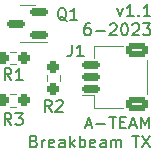
<source format=gto>
G04 #@! TF.GenerationSoftware,KiCad,Pcbnew,(7.0.0)*
G04 #@! TF.CreationDate,2023-06-13T19:07:53-07:00*
G04 #@! TF.ProjectId,breakbeam-emitter,62726561-6b62-4656-916d-2d656d697474,rev?*
G04 #@! TF.SameCoordinates,Original*
G04 #@! TF.FileFunction,Legend,Top*
G04 #@! TF.FilePolarity,Positive*
%FSLAX46Y46*%
G04 Gerber Fmt 4.6, Leading zero omitted, Abs format (unit mm)*
G04 Created by KiCad (PCBNEW (7.0.0)) date 2023-06-13 19:07:53*
%MOMM*%
%LPD*%
G01*
G04 APERTURE LIST*
G04 Aperture macros list*
%AMRoundRect*
0 Rectangle with rounded corners*
0 $1 Rounding radius*
0 $2 $3 $4 $5 $6 $7 $8 $9 X,Y pos of 4 corners*
0 Add a 4 corners polygon primitive as box body*
4,1,4,$2,$3,$4,$5,$6,$7,$8,$9,$2,$3,0*
0 Add four circle primitives for the rounded corners*
1,1,$1+$1,$2,$3*
1,1,$1+$1,$4,$5*
1,1,$1+$1,$6,$7*
1,1,$1+$1,$8,$9*
0 Add four rect primitives between the rounded corners*
20,1,$1+$1,$2,$3,$4,$5,0*
20,1,$1+$1,$4,$5,$6,$7,0*
20,1,$1+$1,$6,$7,$8,$9,0*
20,1,$1+$1,$8,$9,$2,$3,0*%
G04 Aperture macros list end*
%ADD10C,0.153000*%
%ADD11C,0.120000*%
%ADD12RoundRect,0.237500X-0.250000X-0.237500X0.250000X-0.237500X0.250000X0.237500X-0.250000X0.237500X0*%
%ADD13RoundRect,0.150000X0.625000X-0.150000X0.625000X0.150000X-0.625000X0.150000X-0.625000X-0.150000X0*%
%ADD14RoundRect,0.250000X0.650000X-0.350000X0.650000X0.350000X-0.650000X0.350000X-0.650000X-0.350000X0*%
%ADD15RoundRect,0.237500X0.237500X-0.250000X0.237500X0.250000X-0.237500X0.250000X-0.237500X-0.250000X0*%
%ADD16RoundRect,0.237500X0.250000X0.237500X-0.250000X0.237500X-0.250000X-0.237500X0.250000X-0.237500X0*%
%ADD17C,2.200000*%
%ADD18RoundRect,0.150000X0.587500X0.150000X-0.587500X0.150000X-0.587500X-0.150000X0.587500X-0.150000X0*%
%ADD19R,1.800000X1.800000*%
%ADD20C,1.800000*%
G04 APERTURE END LIST*
D10*
X132528571Y-67576666D02*
X133004761Y-67576666D01*
X132433333Y-67862380D02*
X132766666Y-66862380D01*
X132766666Y-66862380D02*
X133099999Y-67862380D01*
X133433333Y-67481428D02*
X134195238Y-67481428D01*
X134528571Y-66862380D02*
X135099999Y-66862380D01*
X134814285Y-67862380D02*
X134814285Y-66862380D01*
X135433333Y-67338571D02*
X135766666Y-67338571D01*
X135909523Y-67862380D02*
X135433333Y-67862380D01*
X135433333Y-67862380D02*
X135433333Y-66862380D01*
X135433333Y-66862380D02*
X135909523Y-66862380D01*
X136290476Y-67576666D02*
X136766666Y-67576666D01*
X136195238Y-67862380D02*
X136528571Y-66862380D01*
X136528571Y-66862380D02*
X136861904Y-67862380D01*
X137195238Y-67862380D02*
X137195238Y-66862380D01*
X137195238Y-66862380D02*
X137528571Y-67576666D01*
X137528571Y-67576666D02*
X137861904Y-66862380D01*
X137861904Y-66862380D02*
X137861904Y-67862380D01*
X128166665Y-68958571D02*
X128309522Y-69006190D01*
X128309522Y-69006190D02*
X128357141Y-69053809D01*
X128357141Y-69053809D02*
X128404760Y-69149047D01*
X128404760Y-69149047D02*
X128404760Y-69291904D01*
X128404760Y-69291904D02*
X128357141Y-69387142D01*
X128357141Y-69387142D02*
X128309522Y-69434761D01*
X128309522Y-69434761D02*
X128214284Y-69482380D01*
X128214284Y-69482380D02*
X127833332Y-69482380D01*
X127833332Y-69482380D02*
X127833332Y-68482380D01*
X127833332Y-68482380D02*
X128166665Y-68482380D01*
X128166665Y-68482380D02*
X128261903Y-68530000D01*
X128261903Y-68530000D02*
X128309522Y-68577619D01*
X128309522Y-68577619D02*
X128357141Y-68672857D01*
X128357141Y-68672857D02*
X128357141Y-68768095D01*
X128357141Y-68768095D02*
X128309522Y-68863333D01*
X128309522Y-68863333D02*
X128261903Y-68910952D01*
X128261903Y-68910952D02*
X128166665Y-68958571D01*
X128166665Y-68958571D02*
X127833332Y-68958571D01*
X128833332Y-69482380D02*
X128833332Y-68815714D01*
X128833332Y-69006190D02*
X128880951Y-68910952D01*
X128880951Y-68910952D02*
X128928570Y-68863333D01*
X128928570Y-68863333D02*
X129023808Y-68815714D01*
X129023808Y-68815714D02*
X129119046Y-68815714D01*
X129833332Y-69434761D02*
X129738094Y-69482380D01*
X129738094Y-69482380D02*
X129547618Y-69482380D01*
X129547618Y-69482380D02*
X129452380Y-69434761D01*
X129452380Y-69434761D02*
X129404761Y-69339523D01*
X129404761Y-69339523D02*
X129404761Y-68958571D01*
X129404761Y-68958571D02*
X129452380Y-68863333D01*
X129452380Y-68863333D02*
X129547618Y-68815714D01*
X129547618Y-68815714D02*
X129738094Y-68815714D01*
X129738094Y-68815714D02*
X129833332Y-68863333D01*
X129833332Y-68863333D02*
X129880951Y-68958571D01*
X129880951Y-68958571D02*
X129880951Y-69053809D01*
X129880951Y-69053809D02*
X129404761Y-69149047D01*
X130738094Y-69482380D02*
X130738094Y-68958571D01*
X130738094Y-68958571D02*
X130690475Y-68863333D01*
X130690475Y-68863333D02*
X130595237Y-68815714D01*
X130595237Y-68815714D02*
X130404761Y-68815714D01*
X130404761Y-68815714D02*
X130309523Y-68863333D01*
X130738094Y-69434761D02*
X130642856Y-69482380D01*
X130642856Y-69482380D02*
X130404761Y-69482380D01*
X130404761Y-69482380D02*
X130309523Y-69434761D01*
X130309523Y-69434761D02*
X130261904Y-69339523D01*
X130261904Y-69339523D02*
X130261904Y-69244285D01*
X130261904Y-69244285D02*
X130309523Y-69149047D01*
X130309523Y-69149047D02*
X130404761Y-69101428D01*
X130404761Y-69101428D02*
X130642856Y-69101428D01*
X130642856Y-69101428D02*
X130738094Y-69053809D01*
X131214285Y-69482380D02*
X131214285Y-68482380D01*
X131309523Y-69101428D02*
X131595237Y-69482380D01*
X131595237Y-68815714D02*
X131214285Y-69196666D01*
X132023809Y-69482380D02*
X132023809Y-68482380D01*
X132023809Y-68863333D02*
X132119047Y-68815714D01*
X132119047Y-68815714D02*
X132309523Y-68815714D01*
X132309523Y-68815714D02*
X132404761Y-68863333D01*
X132404761Y-68863333D02*
X132452380Y-68910952D01*
X132452380Y-68910952D02*
X132499999Y-69006190D01*
X132499999Y-69006190D02*
X132499999Y-69291904D01*
X132499999Y-69291904D02*
X132452380Y-69387142D01*
X132452380Y-69387142D02*
X132404761Y-69434761D01*
X132404761Y-69434761D02*
X132309523Y-69482380D01*
X132309523Y-69482380D02*
X132119047Y-69482380D01*
X132119047Y-69482380D02*
X132023809Y-69434761D01*
X133309523Y-69434761D02*
X133214285Y-69482380D01*
X133214285Y-69482380D02*
X133023809Y-69482380D01*
X133023809Y-69482380D02*
X132928571Y-69434761D01*
X132928571Y-69434761D02*
X132880952Y-69339523D01*
X132880952Y-69339523D02*
X132880952Y-68958571D01*
X132880952Y-68958571D02*
X132928571Y-68863333D01*
X132928571Y-68863333D02*
X133023809Y-68815714D01*
X133023809Y-68815714D02*
X133214285Y-68815714D01*
X133214285Y-68815714D02*
X133309523Y-68863333D01*
X133309523Y-68863333D02*
X133357142Y-68958571D01*
X133357142Y-68958571D02*
X133357142Y-69053809D01*
X133357142Y-69053809D02*
X132880952Y-69149047D01*
X134214285Y-69482380D02*
X134214285Y-68958571D01*
X134214285Y-68958571D02*
X134166666Y-68863333D01*
X134166666Y-68863333D02*
X134071428Y-68815714D01*
X134071428Y-68815714D02*
X133880952Y-68815714D01*
X133880952Y-68815714D02*
X133785714Y-68863333D01*
X134214285Y-69434761D02*
X134119047Y-69482380D01*
X134119047Y-69482380D02*
X133880952Y-69482380D01*
X133880952Y-69482380D02*
X133785714Y-69434761D01*
X133785714Y-69434761D02*
X133738095Y-69339523D01*
X133738095Y-69339523D02*
X133738095Y-69244285D01*
X133738095Y-69244285D02*
X133785714Y-69149047D01*
X133785714Y-69149047D02*
X133880952Y-69101428D01*
X133880952Y-69101428D02*
X134119047Y-69101428D01*
X134119047Y-69101428D02*
X134214285Y-69053809D01*
X134690476Y-69482380D02*
X134690476Y-68815714D01*
X134690476Y-68910952D02*
X134738095Y-68863333D01*
X134738095Y-68863333D02*
X134833333Y-68815714D01*
X134833333Y-68815714D02*
X134976190Y-68815714D01*
X134976190Y-68815714D02*
X135071428Y-68863333D01*
X135071428Y-68863333D02*
X135119047Y-68958571D01*
X135119047Y-68958571D02*
X135119047Y-69482380D01*
X135119047Y-68958571D02*
X135166666Y-68863333D01*
X135166666Y-68863333D02*
X135261904Y-68815714D01*
X135261904Y-68815714D02*
X135404761Y-68815714D01*
X135404761Y-68815714D02*
X135500000Y-68863333D01*
X135500000Y-68863333D02*
X135547619Y-68958571D01*
X135547619Y-68958571D02*
X135547619Y-69482380D01*
X136480952Y-68482380D02*
X137052380Y-68482380D01*
X136766666Y-69482380D02*
X136766666Y-68482380D01*
X137290476Y-68482380D02*
X137957142Y-69482380D01*
X137957142Y-68482380D02*
X137290476Y-69482380D01*
X135200000Y-57695714D02*
X135438095Y-58362380D01*
X135438095Y-58362380D02*
X135676190Y-57695714D01*
X136580952Y-58362380D02*
X136009524Y-58362380D01*
X136295238Y-58362380D02*
X136295238Y-57362380D01*
X136295238Y-57362380D02*
X136200000Y-57505238D01*
X136200000Y-57505238D02*
X136104762Y-57600476D01*
X136104762Y-57600476D02*
X136009524Y-57648095D01*
X137009524Y-58267142D02*
X137057143Y-58314761D01*
X137057143Y-58314761D02*
X137009524Y-58362380D01*
X137009524Y-58362380D02*
X136961905Y-58314761D01*
X136961905Y-58314761D02*
X137009524Y-58267142D01*
X137009524Y-58267142D02*
X137009524Y-58362380D01*
X138009523Y-58362380D02*
X137438095Y-58362380D01*
X137723809Y-58362380D02*
X137723809Y-57362380D01*
X137723809Y-57362380D02*
X137628571Y-57505238D01*
X137628571Y-57505238D02*
X137533333Y-57600476D01*
X137533333Y-57600476D02*
X137438095Y-57648095D01*
X132866666Y-58982380D02*
X132676190Y-58982380D01*
X132676190Y-58982380D02*
X132580952Y-59030000D01*
X132580952Y-59030000D02*
X132533333Y-59077619D01*
X132533333Y-59077619D02*
X132438095Y-59220476D01*
X132438095Y-59220476D02*
X132390476Y-59410952D01*
X132390476Y-59410952D02*
X132390476Y-59791904D01*
X132390476Y-59791904D02*
X132438095Y-59887142D01*
X132438095Y-59887142D02*
X132485714Y-59934761D01*
X132485714Y-59934761D02*
X132580952Y-59982380D01*
X132580952Y-59982380D02*
X132771428Y-59982380D01*
X132771428Y-59982380D02*
X132866666Y-59934761D01*
X132866666Y-59934761D02*
X132914285Y-59887142D01*
X132914285Y-59887142D02*
X132961904Y-59791904D01*
X132961904Y-59791904D02*
X132961904Y-59553809D01*
X132961904Y-59553809D02*
X132914285Y-59458571D01*
X132914285Y-59458571D02*
X132866666Y-59410952D01*
X132866666Y-59410952D02*
X132771428Y-59363333D01*
X132771428Y-59363333D02*
X132580952Y-59363333D01*
X132580952Y-59363333D02*
X132485714Y-59410952D01*
X132485714Y-59410952D02*
X132438095Y-59458571D01*
X132438095Y-59458571D02*
X132390476Y-59553809D01*
X133390476Y-59601428D02*
X134152381Y-59601428D01*
X134580952Y-59077619D02*
X134628571Y-59030000D01*
X134628571Y-59030000D02*
X134723809Y-58982380D01*
X134723809Y-58982380D02*
X134961904Y-58982380D01*
X134961904Y-58982380D02*
X135057142Y-59030000D01*
X135057142Y-59030000D02*
X135104761Y-59077619D01*
X135104761Y-59077619D02*
X135152380Y-59172857D01*
X135152380Y-59172857D02*
X135152380Y-59268095D01*
X135152380Y-59268095D02*
X135104761Y-59410952D01*
X135104761Y-59410952D02*
X134533333Y-59982380D01*
X134533333Y-59982380D02*
X135152380Y-59982380D01*
X135771428Y-58982380D02*
X135866666Y-58982380D01*
X135866666Y-58982380D02*
X135961904Y-59030000D01*
X135961904Y-59030000D02*
X136009523Y-59077619D01*
X136009523Y-59077619D02*
X136057142Y-59172857D01*
X136057142Y-59172857D02*
X136104761Y-59363333D01*
X136104761Y-59363333D02*
X136104761Y-59601428D01*
X136104761Y-59601428D02*
X136057142Y-59791904D01*
X136057142Y-59791904D02*
X136009523Y-59887142D01*
X136009523Y-59887142D02*
X135961904Y-59934761D01*
X135961904Y-59934761D02*
X135866666Y-59982380D01*
X135866666Y-59982380D02*
X135771428Y-59982380D01*
X135771428Y-59982380D02*
X135676190Y-59934761D01*
X135676190Y-59934761D02*
X135628571Y-59887142D01*
X135628571Y-59887142D02*
X135580952Y-59791904D01*
X135580952Y-59791904D02*
X135533333Y-59601428D01*
X135533333Y-59601428D02*
X135533333Y-59363333D01*
X135533333Y-59363333D02*
X135580952Y-59172857D01*
X135580952Y-59172857D02*
X135628571Y-59077619D01*
X135628571Y-59077619D02*
X135676190Y-59030000D01*
X135676190Y-59030000D02*
X135771428Y-58982380D01*
X136485714Y-59077619D02*
X136533333Y-59030000D01*
X136533333Y-59030000D02*
X136628571Y-58982380D01*
X136628571Y-58982380D02*
X136866666Y-58982380D01*
X136866666Y-58982380D02*
X136961904Y-59030000D01*
X136961904Y-59030000D02*
X137009523Y-59077619D01*
X137009523Y-59077619D02*
X137057142Y-59172857D01*
X137057142Y-59172857D02*
X137057142Y-59268095D01*
X137057142Y-59268095D02*
X137009523Y-59410952D01*
X137009523Y-59410952D02*
X136438095Y-59982380D01*
X136438095Y-59982380D02*
X137057142Y-59982380D01*
X137390476Y-58982380D02*
X138009523Y-58982380D01*
X138009523Y-58982380D02*
X137676190Y-59363333D01*
X137676190Y-59363333D02*
X137819047Y-59363333D01*
X137819047Y-59363333D02*
X137914285Y-59410952D01*
X137914285Y-59410952D02*
X137961904Y-59458571D01*
X137961904Y-59458571D02*
X138009523Y-59553809D01*
X138009523Y-59553809D02*
X138009523Y-59791904D01*
X138009523Y-59791904D02*
X137961904Y-59887142D01*
X137961904Y-59887142D02*
X137914285Y-59934761D01*
X137914285Y-59934761D02*
X137819047Y-59982380D01*
X137819047Y-59982380D02*
X137533333Y-59982380D01*
X137533333Y-59982380D02*
X137438095Y-59934761D01*
X137438095Y-59934761D02*
X137390476Y-59887142D01*
X126233333Y-63767380D02*
X125900000Y-63291190D01*
X125661905Y-63767380D02*
X125661905Y-62767380D01*
X125661905Y-62767380D02*
X126042857Y-62767380D01*
X126042857Y-62767380D02*
X126138095Y-62815000D01*
X126138095Y-62815000D02*
X126185714Y-62862619D01*
X126185714Y-62862619D02*
X126233333Y-62957857D01*
X126233333Y-62957857D02*
X126233333Y-63100714D01*
X126233333Y-63100714D02*
X126185714Y-63195952D01*
X126185714Y-63195952D02*
X126138095Y-63243571D01*
X126138095Y-63243571D02*
X126042857Y-63291190D01*
X126042857Y-63291190D02*
X125661905Y-63291190D01*
X127185714Y-63767380D02*
X126614286Y-63767380D01*
X126900000Y-63767380D02*
X126900000Y-62767380D01*
X126900000Y-62767380D02*
X126804762Y-62910238D01*
X126804762Y-62910238D02*
X126709524Y-63005476D01*
X126709524Y-63005476D02*
X126614286Y-63053095D01*
X131366666Y-60767380D02*
X131366666Y-61481666D01*
X131366666Y-61481666D02*
X131319047Y-61624523D01*
X131319047Y-61624523D02*
X131223809Y-61719761D01*
X131223809Y-61719761D02*
X131080952Y-61767380D01*
X131080952Y-61767380D02*
X130985714Y-61767380D01*
X132366666Y-61767380D02*
X131795238Y-61767380D01*
X132080952Y-61767380D02*
X132080952Y-60767380D01*
X132080952Y-60767380D02*
X131985714Y-60910238D01*
X131985714Y-60910238D02*
X131890476Y-61005476D01*
X131890476Y-61005476D02*
X131795238Y-61053095D01*
X129633333Y-66467380D02*
X129300000Y-65991190D01*
X129061905Y-66467380D02*
X129061905Y-65467380D01*
X129061905Y-65467380D02*
X129442857Y-65467380D01*
X129442857Y-65467380D02*
X129538095Y-65515000D01*
X129538095Y-65515000D02*
X129585714Y-65562619D01*
X129585714Y-65562619D02*
X129633333Y-65657857D01*
X129633333Y-65657857D02*
X129633333Y-65800714D01*
X129633333Y-65800714D02*
X129585714Y-65895952D01*
X129585714Y-65895952D02*
X129538095Y-65943571D01*
X129538095Y-65943571D02*
X129442857Y-65991190D01*
X129442857Y-65991190D02*
X129061905Y-65991190D01*
X130014286Y-65562619D02*
X130061905Y-65515000D01*
X130061905Y-65515000D02*
X130157143Y-65467380D01*
X130157143Y-65467380D02*
X130395238Y-65467380D01*
X130395238Y-65467380D02*
X130490476Y-65515000D01*
X130490476Y-65515000D02*
X130538095Y-65562619D01*
X130538095Y-65562619D02*
X130585714Y-65657857D01*
X130585714Y-65657857D02*
X130585714Y-65753095D01*
X130585714Y-65753095D02*
X130538095Y-65895952D01*
X130538095Y-65895952D02*
X129966667Y-66467380D01*
X129966667Y-66467380D02*
X130585714Y-66467380D01*
X126233333Y-67567380D02*
X125900000Y-67091190D01*
X125661905Y-67567380D02*
X125661905Y-66567380D01*
X125661905Y-66567380D02*
X126042857Y-66567380D01*
X126042857Y-66567380D02*
X126138095Y-66615000D01*
X126138095Y-66615000D02*
X126185714Y-66662619D01*
X126185714Y-66662619D02*
X126233333Y-66757857D01*
X126233333Y-66757857D02*
X126233333Y-66900714D01*
X126233333Y-66900714D02*
X126185714Y-66995952D01*
X126185714Y-66995952D02*
X126138095Y-67043571D01*
X126138095Y-67043571D02*
X126042857Y-67091190D01*
X126042857Y-67091190D02*
X125661905Y-67091190D01*
X126566667Y-66567380D02*
X127185714Y-66567380D01*
X127185714Y-66567380D02*
X126852381Y-66948333D01*
X126852381Y-66948333D02*
X126995238Y-66948333D01*
X126995238Y-66948333D02*
X127090476Y-66995952D01*
X127090476Y-66995952D02*
X127138095Y-67043571D01*
X127138095Y-67043571D02*
X127185714Y-67138809D01*
X127185714Y-67138809D02*
X127185714Y-67376904D01*
X127185714Y-67376904D02*
X127138095Y-67472142D01*
X127138095Y-67472142D02*
X127090476Y-67519761D01*
X127090476Y-67519761D02*
X126995238Y-67567380D01*
X126995238Y-67567380D02*
X126709524Y-67567380D01*
X126709524Y-67567380D02*
X126614286Y-67519761D01*
X126614286Y-67519761D02*
X126566667Y-67472142D01*
X130904761Y-58762619D02*
X130809523Y-58715000D01*
X130809523Y-58715000D02*
X130714285Y-58619761D01*
X130714285Y-58619761D02*
X130571428Y-58476904D01*
X130571428Y-58476904D02*
X130476190Y-58429285D01*
X130476190Y-58429285D02*
X130380952Y-58429285D01*
X130428571Y-58667380D02*
X130333333Y-58619761D01*
X130333333Y-58619761D02*
X130238095Y-58524523D01*
X130238095Y-58524523D02*
X130190476Y-58334047D01*
X130190476Y-58334047D02*
X130190476Y-58000714D01*
X130190476Y-58000714D02*
X130238095Y-57810238D01*
X130238095Y-57810238D02*
X130333333Y-57715000D01*
X130333333Y-57715000D02*
X130428571Y-57667380D01*
X130428571Y-57667380D02*
X130619047Y-57667380D01*
X130619047Y-57667380D02*
X130714285Y-57715000D01*
X130714285Y-57715000D02*
X130809523Y-57810238D01*
X130809523Y-57810238D02*
X130857142Y-58000714D01*
X130857142Y-58000714D02*
X130857142Y-58334047D01*
X130857142Y-58334047D02*
X130809523Y-58524523D01*
X130809523Y-58524523D02*
X130714285Y-58619761D01*
X130714285Y-58619761D02*
X130619047Y-58667380D01*
X130619047Y-58667380D02*
X130428571Y-58667380D01*
X131809523Y-58667380D02*
X131238095Y-58667380D01*
X131523809Y-58667380D02*
X131523809Y-57667380D01*
X131523809Y-57667380D02*
X131428571Y-57810238D01*
X131428571Y-57810238D02*
X131333333Y-57905476D01*
X131333333Y-57905476D02*
X131238095Y-57953095D01*
D11*
X126145276Y-61377500D02*
X126654724Y-61377500D01*
X126145276Y-62422500D02*
X126654724Y-62422500D01*
X133215000Y-66110000D02*
X133215000Y-65060000D01*
X135715000Y-66110000D02*
X133215000Y-66110000D01*
X133215000Y-65060000D02*
X132225000Y-65060000D01*
X137685000Y-64940000D02*
X137685000Y-62060000D01*
X133215000Y-60890000D02*
X133215000Y-61940000D01*
X135715000Y-60890000D02*
X133215000Y-60890000D01*
X129277500Y-63854724D02*
X129277500Y-63345276D01*
X130322500Y-63854724D02*
X130322500Y-63345276D01*
X126654724Y-66022500D02*
X126145276Y-66022500D01*
X126654724Y-64977500D02*
X126145276Y-64977500D01*
X127600000Y-60560000D02*
X129275000Y-60560000D01*
X127600000Y-60560000D02*
X126950000Y-60560000D01*
X127600000Y-57440000D02*
X128250000Y-57440000D01*
X127600000Y-57440000D02*
X126950000Y-57440000D01*
%LPC*%
D12*
X125487500Y-61900000D03*
X127312500Y-61900000D03*
D13*
X133000000Y-64500000D03*
X133000000Y-63500000D03*
X133000000Y-62500000D03*
D14*
X136875000Y-65800000D03*
X136875000Y-61200000D03*
D15*
X129800000Y-64512500D03*
X129800000Y-62687500D03*
D16*
X127312500Y-65500000D03*
X125487500Y-65500000D03*
D17*
X122000000Y-68000000D03*
X122000000Y-59000000D03*
D18*
X128537500Y-59950000D03*
X128537500Y-58050000D03*
X126662500Y-59000000D03*
D19*
X123274999Y-63499999D03*
D20*
X120735000Y-63500000D03*
M02*

</source>
